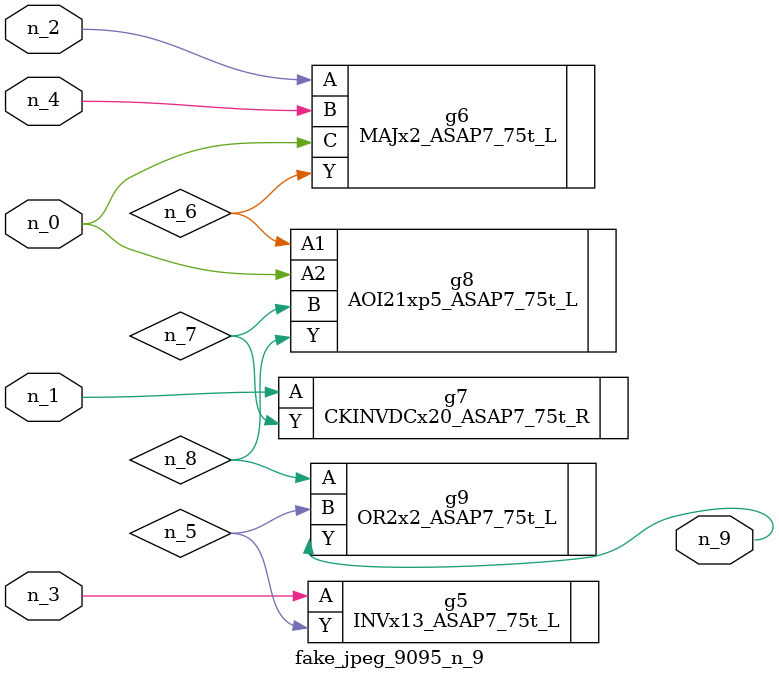
<source format=v>
module fake_jpeg_9095_n_9 (n_3, n_2, n_1, n_0, n_4, n_9);

input n_3;
input n_2;
input n_1;
input n_0;
input n_4;

output n_9;

wire n_8;
wire n_6;
wire n_5;
wire n_7;

INVx13_ASAP7_75t_L g5 ( 
.A(n_3),
.Y(n_5)
);

MAJx2_ASAP7_75t_L g6 ( 
.A(n_2),
.B(n_4),
.C(n_0),
.Y(n_6)
);

CKINVDCx20_ASAP7_75t_R g7 ( 
.A(n_1),
.Y(n_7)
);

AOI21xp5_ASAP7_75t_L g8 ( 
.A1(n_6),
.A2(n_0),
.B(n_7),
.Y(n_8)
);

OR2x2_ASAP7_75t_L g9 ( 
.A(n_8),
.B(n_5),
.Y(n_9)
);


endmodule
</source>
